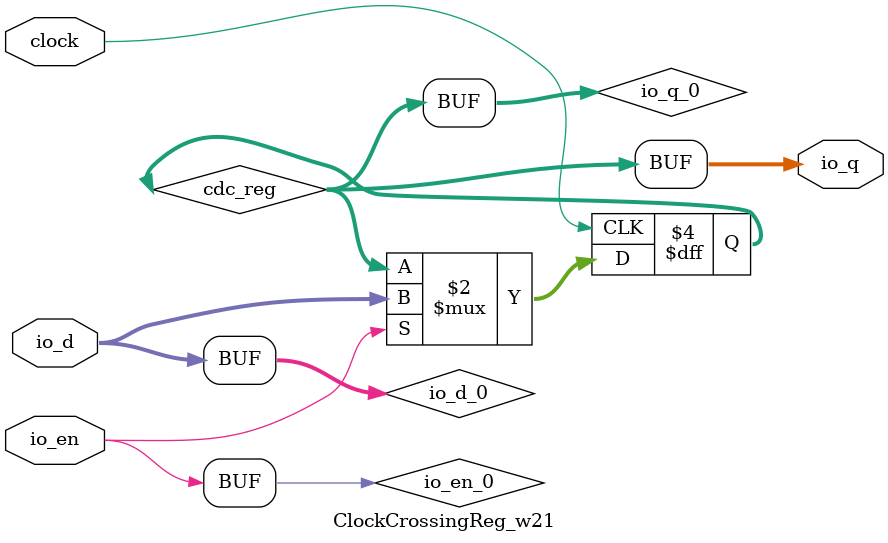
<source format=sv>
`ifndef RANDOMIZE
  `ifdef RANDOMIZE_MEM_INIT
    `define RANDOMIZE
  `endif // RANDOMIZE_MEM_INIT
`endif // not def RANDOMIZE
`ifndef RANDOMIZE
  `ifdef RANDOMIZE_REG_INIT
    `define RANDOMIZE
  `endif // RANDOMIZE_REG_INIT
`endif // not def RANDOMIZE

`ifndef RANDOM
  `define RANDOM $random
`endif // not def RANDOM

// Users can define INIT_RANDOM as general code that gets injected into the
// initializer block for modules with registers.
`ifndef INIT_RANDOM
  `define INIT_RANDOM
`endif // not def INIT_RANDOM

// If using random initialization, you can also define RANDOMIZE_DELAY to
// customize the delay used, otherwise 0.002 is used.
`ifndef RANDOMIZE_DELAY
  `define RANDOMIZE_DELAY 0.002
`endif // not def RANDOMIZE_DELAY

// Define INIT_RANDOM_PROLOG_ for use in our modules below.
`ifndef INIT_RANDOM_PROLOG_
  `ifdef RANDOMIZE
    `ifdef VERILATOR
      `define INIT_RANDOM_PROLOG_ `INIT_RANDOM
    `else  // VERILATOR
      `define INIT_RANDOM_PROLOG_ `INIT_RANDOM #`RANDOMIZE_DELAY begin end
    `endif // VERILATOR
  `else  // RANDOMIZE
    `define INIT_RANDOM_PROLOG_
  `endif // RANDOMIZE
`endif // not def INIT_RANDOM_PROLOG_

// Include register initializers in init blocks unless synthesis is set
`ifndef SYNTHESIS
  `ifndef ENABLE_INITIAL_REG_
    `define ENABLE_INITIAL_REG_
  `endif // not def ENABLE_INITIAL_REG_
`endif // not def SYNTHESIS

// Include rmemory initializers in init blocks unless synthesis is set
`ifndef SYNTHESIS
  `ifndef ENABLE_INITIAL_MEM_
    `define ENABLE_INITIAL_MEM_
  `endif // not def ENABLE_INITIAL_MEM_
`endif // not def SYNTHESIS

// Standard header to adapt well known macros for prints and assertions.

// Users can define 'PRINTF_COND' to add an extra gate to prints.
`ifndef PRINTF_COND_
  `ifdef PRINTF_COND
    `define PRINTF_COND_ (`PRINTF_COND)
  `else  // PRINTF_COND
    `define PRINTF_COND_ 1
  `endif // PRINTF_COND
`endif // not def PRINTF_COND_

// Users can define 'ASSERT_VERBOSE_COND' to add an extra gate to assert error printing.
`ifndef ASSERT_VERBOSE_COND_
  `ifdef ASSERT_VERBOSE_COND
    `define ASSERT_VERBOSE_COND_ (`ASSERT_VERBOSE_COND)
  `else  // ASSERT_VERBOSE_COND
    `define ASSERT_VERBOSE_COND_ 1
  `endif // ASSERT_VERBOSE_COND
`endif // not def ASSERT_VERBOSE_COND_

// Users can define 'STOP_COND' to add an extra gate to stop conditions.
`ifndef STOP_COND_
  `ifdef STOP_COND
    `define STOP_COND_ (`STOP_COND)
  `else  // STOP_COND
    `define STOP_COND_ 1
  `endif // STOP_COND
`endif // not def STOP_COND_

module ClockCrossingReg_w21(
  input         clock,
  input  [20:0] io_d,	// src/main/scala/util/SynchronizerReg.scala:195:14
  output [20:0] io_q,	// src/main/scala/util/SynchronizerReg.scala:195:14
  input         io_en	// src/main/scala/util/SynchronizerReg.scala:195:14
);

  wire [20:0] io_d_0 = io_d;
  wire        io_en_0 = io_en;
  reg  [20:0] cdc_reg;	// src/main/scala/util/SynchronizerReg.scala:201:76
  wire [20:0] io_q_0 = cdc_reg;	// src/main/scala/util/SynchronizerReg.scala:201:76
  always @(posedge clock) begin
    if (io_en_0)
      cdc_reg <= io_d_0;	// src/main/scala/util/SynchronizerReg.scala:201:76
  end // always @(posedge)
  `ifdef ENABLE_INITIAL_REG_
    `ifdef FIRRTL_BEFORE_INITIAL
      `FIRRTL_BEFORE_INITIAL
    `endif // FIRRTL_BEFORE_INITIAL
    initial begin
      automatic logic [31:0] _RANDOM[0:0];
      `ifdef INIT_RANDOM_PROLOG_
        `INIT_RANDOM_PROLOG_
      `endif // INIT_RANDOM_PROLOG_
      `ifdef RANDOMIZE_REG_INIT
        _RANDOM[/*Zero width*/ 1'b0] = `RANDOM;
        cdc_reg = _RANDOM[/*Zero width*/ 1'b0][20:0];	// src/main/scala/util/SynchronizerReg.scala:201:76
      `endif // RANDOMIZE_REG_INIT
    end // initial
    `ifdef FIRRTL_AFTER_INITIAL
      `FIRRTL_AFTER_INITIAL
    `endif // FIRRTL_AFTER_INITIAL
  `endif // ENABLE_INITIAL_REG_
  assign io_q = io_q_0;
endmodule


</source>
